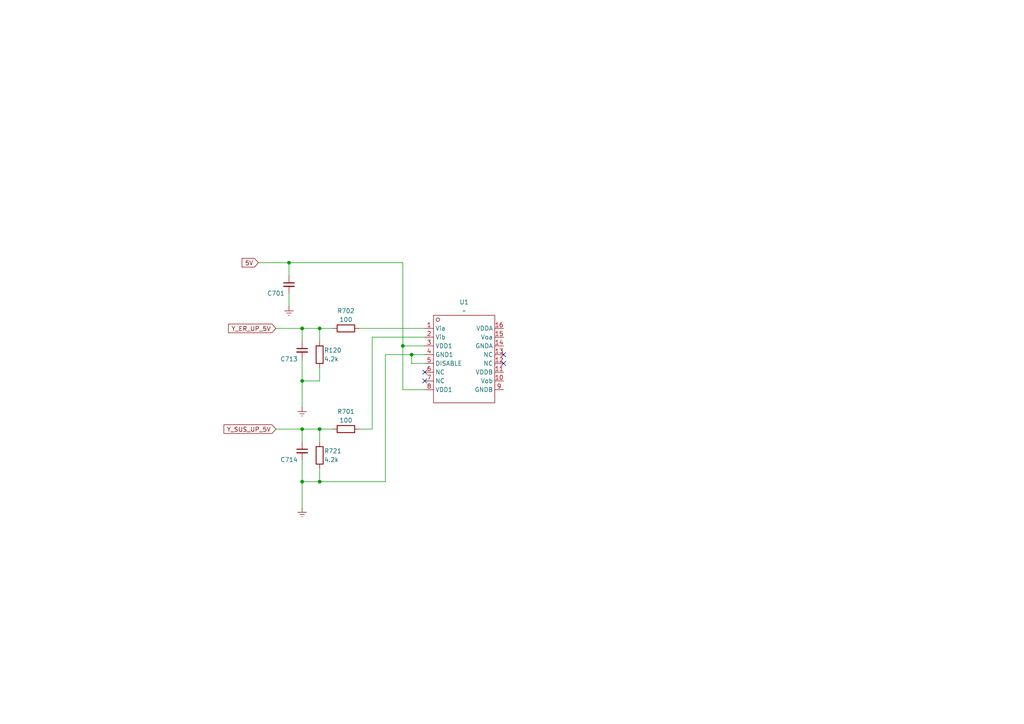
<source format=kicad_sch>
(kicad_sch (version 20231120) (generator "eeschema") (generator_version "8.0")
  (paper "A4")
  (title_block (title "Y BOARD LG PLASMA TV PANEL") (date "2025-03-24") (rev "1.0") (comment 1 "Author: Fábio Pereira da Silva") (comment 2 "Y ER UP | Y SUS UP"))
  (lib_symbols
    (symbol "Device:C_Small" (pin_numbers hide) (pin_names (offset 0.254) hide)
      (property "Reference" "C" (at 0.254 1.778 0))
      (property "Value" "C_Small" (at 0.254 -2.032 0))
      (symbol "C_Small_0_1"
        (polyline (pts (xy -1.524 -0.508) (xy 1.524 -0.508)) (stroke (width 0.3302)))
        (polyline (pts (xy -1.524 0.508) (xy 1.524 0.508)) (stroke (width 0.3048)))
      )
      (symbol "C_Small_1_1"
        (pin passive line (at 0 2.54 270) (length 2.032) (name "~") (number "1"))
        (pin passive line (at 0 -2.54 90) (length 2.032) (name "~") (number "2"))
      )
    )
    (symbol "Device:R" (pin_numbers hide) (pin_names (offset 0))
      (property "Reference" "R" (at 2.032 0 90))
      (property "Value" "R" (at 0 0 90))
      (symbol "R_0_1"
        (rectangle (start -1.016 -2.54) (end 1.016 2.54) (stroke (width 0.254)))
      )
      (symbol "R_1_1"
        (pin passive line (at 0 3.81 270) (length 1.27) (name "~") (number "1"))
        (pin passive line (at 0 -3.81 90) (length 1.27) (name "~") (number "2"))
      )
    )
    (symbol "irf_s21850:ADUM1234"
      (property "Reference" "U" (at 0 0.762 0))
      (symbol "ADUM1234_0_1"
        (rectangle (start -8.89 0) (end 8.89 -25.4))
        (circle (center -7.62 -1.27) (radius 0.5))
      )
      (symbol "ADUM1234_1_1"
        (pin input line (at -11.43 -3.81 0) (length 2.54) (name "Via") (number "1"))
        (pin output line (at 11.43 -19.05 180) (length 2.54) (name "Vob") (number "10"))
        (pin free line (at 11.43 -16.51 180) (length 2.54) (name "VDDB") (number "11"))
        (pin free line (at 11.43 -13.97 180) (length 2.54) (name "NC") (number "12"))
        (pin free line (at 11.43 -11.43 180) (length 2.54) (name "NC") (number "13"))
        (pin power_in line (at 11.43 -8.89 180) (length 2.54) (name "GNDA") (number "14"))
        (pin output line (at 11.43 -6.35 180) (length 2.54) (name "Voa") (number "15"))
        (pin power_in line (at 11.43 -3.81 180) (length 2.54) (name "VDDA") (number "16"))
        (pin input line (at -11.43 -6.35 0) (length 2.54) (name "Vib") (number "2"))
        (pin power_in line (at -11.43 -8.89 0) (length 2.54) (name "VDD1") (number "3"))
        (pin power_in line (at -11.43 -11.43 0) (length 2.54) (name "GND1") (number "4"))
        (pin input line (at -11.43 -13.97 0) (length 2.54) (name "DISABLE") (number "5"))
        (pin free line (at -11.43 -16.51 0) (length 2.54) (name "NC") (number "6"))
        (pin free line (at -11.43 -19.05 0) (length 2.54) (name "NC") (number "7"))
        (pin power_in line (at -11.43 -21.59 0) (length 2.54) (name "VDD1") (number "8"))
        (pin power_in line (at 11.43 -21.59 180) (length 2.54) (name "GNDB") (number "9"))
      )
    )
    (symbol "power:Earth" (power) (pin_numbers hide) (pin_names (offset 0) hide)
      (property "Value" "Earth" (at 0 -3.81 0))
      (symbol "Earth_0_1"
        (polyline (pts (xy -0.635 -1.905) (xy 0.635 -1.905)))
        (polyline (pts (xy -0.127 -2.54) (xy 0.127 -2.54)))
        (polyline (pts (xy 0 -1.27) (xy 0 0)))
        (polyline (pts (xy 1.27 -1.27) (xy -1.27 -1.27)))
      )
      (symbol "Earth_1_1"
        (pin power_in line (at 0 0 270) (length 0) (name "~") (number "1"))
      )
    )
  )
  (junction (at 87.63 95.25))
  (junction (at 116.84 100.33))
  (junction (at 119.38 102.87))
  (junction (at 87.63 139.7))
  (junction (at 87.63 124.46))
  (junction (at 87.63 110.49))
  (junction (at 92.71 124.46))
  (junction (at 92.71 95.25))
  (junction (at 83.82 76.2))
  (junction (at 92.71 139.7))
  (no_connect (at 123.19 110.49))
  (no_connect (at 123.19 107.95))
  (no_connect (at 146.05 102.87))
  (no_connect (at 146.05 105.41))
  (wire (pts (xy 87.63 124.46) (xy 92.71 124.46)))
  (wire (pts (xy 116.84 76.2) (xy 116.84 100.33)))
  (wire (pts (xy 107.95 97.79) (xy 107.95 124.46)))
  (wire (pts (xy 116.84 100.33) (xy 116.84 113.03)))
  (wire (pts (xy 107.95 124.46) (xy 104.14 124.46)))
  (wire (pts (xy 119.38 105.41) (xy 119.38 102.87)))
  (wire (pts (xy 87.63 95.25) (xy 87.63 99.06)))
  (wire (pts (xy 92.71 124.46) (xy 96.52 124.46)))
  (wire (pts (xy 83.82 85.09) (xy 83.82 88.9)))
  (wire (pts (xy 87.63 110.49) (xy 87.63 118.11)))
  (wire (pts (xy 111.76 102.87) (xy 111.76 139.7)))
  (wire (pts (xy 111.76 102.87) (xy 119.38 102.87)))
  (wire (pts (xy 83.82 76.2) (xy 83.82 80.01)))
  (wire (pts (xy 87.63 133.35) (xy 87.63 139.7)))
  (wire (pts (xy 104.14 95.25) (xy 123.19 95.25)))
  (wire (pts (xy 80.01 124.46) (xy 87.63 124.46)))
  (wire (pts (xy 87.63 95.25) (xy 92.71 95.25)))
  (wire (pts (xy 123.19 102.87) (xy 119.38 102.87)))
  (wire (pts (xy 123.19 105.41) (xy 119.38 105.41)))
  (wire (pts (xy 111.76 139.7) (xy 92.71 139.7)))
  (wire (pts (xy 83.82 76.2) (xy 116.84 76.2)))
  (wire (pts (xy 123.19 100.33) (xy 116.84 100.33)))
  (wire (pts (xy 80.01 95.25) (xy 87.63 95.25)))
  (wire (pts (xy 87.63 139.7) (xy 87.63 147.32)))
  (wire (pts (xy 87.63 110.49) (xy 92.71 110.49)))
  (wire (pts (xy 123.19 97.79) (xy 107.95 97.79)))
  (wire (pts (xy 87.63 104.14) (xy 87.63 110.49)))
  (wire (pts (xy 87.63 139.7) (xy 92.71 139.7)))
  (wire (pts (xy 92.71 95.25) (xy 96.52 95.25)))
  (wire (pts (xy 116.84 113.03) (xy 123.19 113.03)))
  (wire (pts (xy 92.71 106.68) (xy 92.71 110.49)))
  (wire (pts (xy 74.93 76.2) (xy 83.82 76.2)))
  (wire (pts (xy 92.71 124.46) (xy 92.71 128.27)))
  (wire (pts (xy 87.63 124.46) (xy 87.63 128.27)))
  (wire (pts (xy 92.71 135.89) (xy 92.71 139.7)))
  (wire (pts (xy 92.71 95.25) (xy 92.71 99.06)))
  (global_label "Y_ER_UP_5V" (shape input) (at 80.01 95.25 180) (property "Intersheetrefs" "${INTERSHEET_REFS}" (effects (hide yes))))
  (global_label "5V" (shape input) (at 74.93 76.2 180) (property "Intersheetrefs" "${INTERSHEET_REFS}" (effects (hide yes))))
  (global_label "Y_SUS_UP_5V" (shape input) (at 80.01 124.46 180) (property "Intersheetrefs" "${INTERSHEET_REFS}" (effects (hide yes))))
  (symbol (lib_id "Device:R") (at 92.71 102.87 0) (unit 1)
    (property "Reference" "R120" (at 93.98 101.6 0) (effects (justify left)))
    (property "Value" "4.2k" (at 93.98 104.14 0) (effects (justify left)))
    (property "Description" "Resistor" (effects (hide yes)))
  )
  (symbol (lib_id "irf_s21850:ADUM1234") (at 134.62 91.44 0) (unit 1)
    (property "Reference" "U1" (at 134.62 87.63 0))
    (property "Value" "~" (at 134.62 90.17 0))
  )
  (symbol (lib_id "power:Earth") (at 87.63 118.11 0) (unit 1)
    (property "Reference" "#PWR9" (effects (hide yes)))
    (property "Value" "Earth" (effects (hide yes)))
    (property "Description" "Power symbol creates a global label with name \"Earth\"" (effects (hide yes)))
  )
  (symbol (lib_id "Device:C_Small") (at 87.63 101.6 0) (unit 1)
    (property "Reference" "C713" (at 81.28 104.14 0) (effects (justify left)))
    (property "Value" "C_Small" (effects (hide yes)))
    (property "Description" "Unpolarized capacitor, small symbol" (effects (hide yes)))
  )
  (symbol (lib_id "Device:C_Small") (at 87.63 130.81 0) (unit 1)
    (property "Reference" "C714" (at 81.28 133.35 0) (effects (justify left)))
    (property "Value" "C_Small" (effects (hide yes)))
    (property "Description" "Unpolarized capacitor, small symbol" (effects (hide yes)))
  )
  (symbol (lib_id "Device:R") (at 100.33 124.46 90) (unit 1)
    (property "Reference" "R701" (at 100.33 119.38 90))
    (property "Value" "100" (at 100.33 121.92 90))
    (property "Description" "Resistor" (effects (hide yes)))
  )
  (symbol (lib_id "power:Earth") (at 87.63 147.32 0) (unit 1)
    (property "Reference" "#PWR10" (effects (hide yes)))
    (property "Value" "Earth" (effects (hide yes)))
    (property "Description" "Power symbol creates a global label with name \"Earth\"" (effects (hide yes)))
  )
  (symbol (lib_id "Device:C_Small") (at 83.82 82.55 0) (unit 1)
    (property "Reference" "C701" (at 77.47 85.09 0) (effects (justify left)))
    (property "Value" "C_Small" (effects (hide yes)))
    (property "Description" "Unpolarized capacitor, small symbol" (effects (hide yes)))
  )
  (symbol (lib_id "Device:R") (at 100.33 95.25 90) (unit 1)
    (property "Reference" "R702" (at 100.33 90.17 90))
    (property "Value" "100" (at 100.33 92.71 90))
    (property "Description" "Resistor" (effects (hide yes)))
  )
  (symbol (lib_id "Device:R") (at 92.71 132.08 0) (unit 1)
    (property "Reference" "R721" (at 93.98 130.81 0) (effects (justify left)))
    (property "Value" "4.2k" (at 93.98 133.35 0) (effects (justify left)))
    (property "Description" "Resistor" (effects (hide yes)))
  )
  (symbol (lib_id "power:Earth") (at 83.82 88.9 0) (unit 1)
    (property "Reference" "#PWR11" (effects (hide yes)))
    (property "Value" "Earth" (effects (hide yes)))
    (property "Description" "Power symbol creates a global label with name \"Earth\"" (effects (hide yes)))
  )
)
</source>
